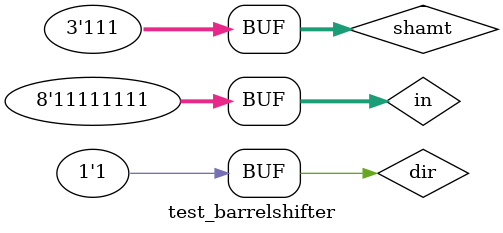
<source format=v>
`timescale 1ns / 1ps

module test_barrelshifter;

	// Inputs
	reg [7:0] in;
	reg [2:0] shamt;
	reg dir;

	// Outputs
	wire [7:0] out;

	// Instantiate the Unit Under Test (UUT)
	BarrelShifter uut (
		.in(in), 
		.shamt(shamt), 
		.dir(dir), 
		.out(out)
	);

	initial begin
		// Initialize Inputs
		in = 8'b0;
		shamt = 3'b0;
		dir = 1'b0;

		$monitor("in = %b, shamt = %b, dir = %b, out = %b", in, shamt, dir, out);
		#10 in = 8'b11001110; shamt = 3'b101; dir = 1'b0;
		#10 in = 8'b11001110; shamt = 3'b011; dir = 1'b1;
		#10 in = 8'b11111111; shamt = 3'b111; dir = 1'b0;
		#10 in = 8'b11111111; shamt = 3'b111; dir = 1'b1;

	end
      
endmodule


</source>
